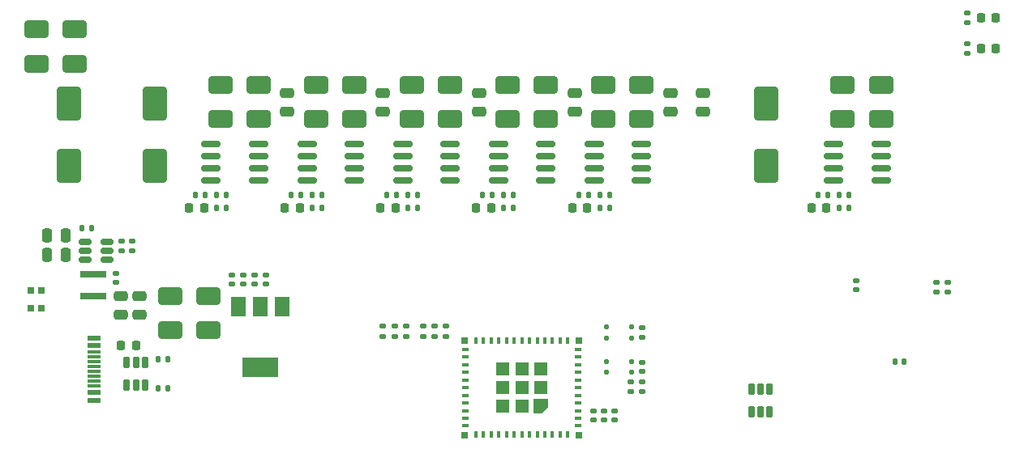
<source format=gtp>
%TF.GenerationSoftware,KiCad,Pcbnew,7.0.9*%
%TF.CreationDate,2023-12-10T19:03:56+01:00*%
%TF.ProjectId,ledctrl,6c656463-7472-46c2-9e6b-696361645f70,rev?*%
%TF.SameCoordinates,Original*%
%TF.FileFunction,Paste,Top*%
%TF.FilePolarity,Positive*%
%FSLAX46Y46*%
G04 Gerber Fmt 4.6, Leading zero omitted, Abs format (unit mm)*
G04 Created by KiCad (PCBNEW 7.0.9) date 2023-12-10 19:03:56*
%MOMM*%
%LPD*%
G01*
G04 APERTURE LIST*
G04 Aperture macros list*
%AMRoundRect*
0 Rectangle with rounded corners*
0 $1 Rounding radius*
0 $2 $3 $4 $5 $6 $7 $8 $9 X,Y pos of 4 corners*
0 Add a 4 corners polygon primitive as box body*
4,1,4,$2,$3,$4,$5,$6,$7,$8,$9,$2,$3,0*
0 Add four circle primitives for the rounded corners*
1,1,$1+$1,$2,$3*
1,1,$1+$1,$4,$5*
1,1,$1+$1,$6,$7*
1,1,$1+$1,$8,$9*
0 Add four rect primitives between the rounded corners*
20,1,$1+$1,$2,$3,$4,$5,0*
20,1,$1+$1,$4,$5,$6,$7,0*
20,1,$1+$1,$6,$7,$8,$9,0*
20,1,$1+$1,$8,$9,$2,$3,0*%
%AMFreePoly0*
4,1,6,0.725000,-0.725000,-0.725000,-0.725000,-0.725000,0.125000,-0.125000,0.725000,0.725000,0.725000,0.725000,-0.725000,0.725000,-0.725000,$1*%
G04 Aperture macros list end*
%ADD10R,1.450000X0.600000*%
%ADD11R,1.450000X0.300000*%
%ADD12RoundRect,0.135000X0.135000X0.185000X-0.135000X0.185000X-0.135000X-0.185000X0.135000X-0.185000X0*%
%ADD13RoundRect,0.140000X-0.170000X0.140000X-0.170000X-0.140000X0.170000X-0.140000X0.170000X0.140000X0*%
%ADD14RoundRect,0.218750X-0.218750X-0.256250X0.218750X-0.256250X0.218750X0.256250X-0.218750X0.256250X0*%
%ADD15RoundRect,0.250000X1.000000X0.650000X-1.000000X0.650000X-1.000000X-0.650000X1.000000X-0.650000X0*%
%ADD16RoundRect,0.150000X-0.825000X-0.150000X0.825000X-0.150000X0.825000X0.150000X-0.825000X0.150000X0*%
%ADD17RoundRect,0.137500X-0.137500X-0.147500X0.137500X-0.147500X0.137500X0.147500X-0.137500X0.147500X0*%
%ADD18RoundRect,0.135000X0.185000X-0.135000X0.185000X0.135000X-0.185000X0.135000X-0.185000X-0.135000X0*%
%ADD19RoundRect,0.140000X0.170000X-0.140000X0.170000X0.140000X-0.170000X0.140000X-0.170000X-0.140000X0*%
%ADD20R,1.500000X2.000000*%
%ADD21R,3.800000X2.000000*%
%ADD22RoundRect,0.250000X-0.475000X0.250000X-0.475000X-0.250000X0.475000X-0.250000X0.475000X0.250000X0*%
%ADD23RoundRect,0.250000X0.250000X0.475000X-0.250000X0.475000X-0.250000X-0.475000X0.250000X-0.475000X0*%
%ADD24RoundRect,0.135000X-0.185000X0.135000X-0.185000X-0.135000X0.185000X-0.135000X0.185000X0.135000X0*%
%ADD25RoundRect,0.250000X-1.000000X-0.650000X1.000000X-0.650000X1.000000X0.650000X-1.000000X0.650000X0*%
%ADD26RoundRect,0.218750X0.218750X0.256250X-0.218750X0.256250X-0.218750X-0.256250X0.218750X-0.256250X0*%
%ADD27RoundRect,0.250000X-1.000000X1.500000X-1.000000X-1.500000X1.000000X-1.500000X1.000000X1.500000X0*%
%ADD28RoundRect,0.150000X0.150000X-0.475000X0.150000X0.475000X-0.150000X0.475000X-0.150000X-0.475000X0*%
%ADD29RoundRect,0.135000X-0.135000X-0.185000X0.135000X-0.185000X0.135000X0.185000X-0.135000X0.185000X0*%
%ADD30R,2.700000X0.800000*%
%ADD31RoundRect,0.105000X-0.245000X0.245000X-0.245000X-0.245000X0.245000X-0.245000X0.245000X0.245000X0*%
%ADD32R,0.800000X0.400000*%
%ADD33R,0.400000X0.800000*%
%ADD34FreePoly0,180.000000*%
%ADD35R,1.450000X1.450000*%
%ADD36R,0.700000X0.700000*%
%ADD37RoundRect,0.140000X0.140000X0.170000X-0.140000X0.170000X-0.140000X-0.170000X0.140000X-0.170000X0*%
%ADD38RoundRect,0.150000X0.512500X0.150000X-0.512500X0.150000X-0.512500X-0.150000X0.512500X-0.150000X0*%
G04 APERTURE END LIST*
D10*
%TO.C,J4*%
X-2155000Y-33900000D03*
X-2155000Y-34700000D03*
D11*
X-2155000Y-35900000D03*
X-2155000Y-36900000D03*
X-2155000Y-37400000D03*
X-2155000Y-38400000D03*
D10*
X-2155000Y-39600000D03*
X-2155000Y-40400000D03*
X-2155000Y-40400000D03*
X-2155000Y-39600000D03*
D11*
X-2155000Y-38900000D03*
X-2155000Y-37900000D03*
X-2155000Y-36400000D03*
X-2155000Y-35400000D03*
D10*
X-2155000Y-34700000D03*
X-2155000Y-33900000D03*
%TD*%
D12*
%TO.C,R16*%
X11635000Y-18900000D03*
X10615000Y-18900000D03*
%TD*%
D13*
%TO.C,C3*%
X100000Y-27120000D03*
X100000Y-28080000D03*
%TD*%
D14*
%TO.C,D20*%
X7737499Y-20300001D03*
X9312499Y-20300001D03*
%TD*%
D12*
%TO.C,R22*%
X11635000Y-20300000D03*
X10615000Y-20300000D03*
%TD*%
%TO.C,R19*%
X41634999Y-18900000D03*
X40614999Y-18900000D03*
%TD*%
D15*
%TO.C,D5*%
X9800000Y-33100000D03*
X5800000Y-33100000D03*
%TD*%
D16*
%TO.C,Q4*%
X40050000Y-13595000D03*
X40050000Y-14865000D03*
X40050000Y-16135000D03*
X40050000Y-17405000D03*
X45000000Y-17405000D03*
X45000000Y-16135000D03*
X45000000Y-14865000D03*
X45000000Y-13595000D03*
%TD*%
D12*
%TO.C,R29*%
X39435001Y-18900000D03*
X38415001Y-18900000D03*
%TD*%
%TO.C,R30*%
X51635000Y-20300000D03*
X50615000Y-20300000D03*
%TD*%
%TO.C,R21*%
X76635000Y-18900000D03*
X75615000Y-18900000D03*
%TD*%
D17*
%TO.C,SW1*%
X51375000Y-32740000D03*
X53925000Y-32740000D03*
X51375000Y-33900000D03*
X53925000Y-33900000D03*
%TD*%
D18*
%TO.C,R15*%
X28000000Y-33710000D03*
X28000000Y-32690000D03*
%TD*%
%TO.C,R12*%
X32200000Y-33709999D03*
X32200000Y-32689999D03*
%TD*%
D19*
%TO.C,C6*%
X12200000Y-28280000D03*
X12200000Y-27320000D03*
%TD*%
D13*
%TO.C,C19*%
X52200000Y-41500001D03*
X52200000Y-42460001D03*
%TD*%
D20*
%TO.C,U3*%
X17500000Y-30650000D03*
X15200000Y-30650000D03*
D21*
X15200000Y-36950000D03*
D20*
X12900000Y-30650000D03*
%TD*%
D12*
%TO.C,R20*%
X51634999Y-18900000D03*
X50614999Y-18900000D03*
%TD*%
D15*
%TO.C,D14*%
X15000000Y-11000000D03*
X11000000Y-11000000D03*
%TD*%
D19*
%TO.C,C9*%
X15800000Y-28280000D03*
X15800000Y-27320000D03*
%TD*%
D15*
%TO.C,D15*%
X25000000Y-11000000D03*
X21000000Y-11000000D03*
%TD*%
D16*
%TO.C,Q1*%
X10050000Y-13595000D03*
X10050000Y-14865000D03*
X10050000Y-16135000D03*
X10050000Y-17405000D03*
X15000000Y-17405000D03*
X15000000Y-16135000D03*
X15000000Y-14865000D03*
X15000000Y-13595000D03*
%TD*%
D22*
%TO.C,C4*%
X600000Y-29550000D03*
X600000Y-31450000D03*
%TD*%
D14*
%TO.C,D25*%
X72737499Y-20300001D03*
X74312499Y-20300001D03*
%TD*%
D19*
%TO.C,C25*%
X55050000Y-37400000D03*
X55050000Y-36440000D03*
%TD*%
D15*
%TO.C,D16*%
X35000000Y-11000000D03*
X31000000Y-11000000D03*
%TD*%
D12*
%TO.C,R28*%
X41635000Y-20300000D03*
X40615000Y-20300000D03*
%TD*%
D23*
%TO.C,C1*%
X-5150000Y-25200000D03*
X-7050000Y-25200000D03*
%TD*%
D12*
%TO.C,R31*%
X49435001Y-18900000D03*
X48415001Y-18900000D03*
%TD*%
D24*
%TO.C,R5*%
X89000000Y110000D03*
X89000000Y-910000D03*
%TD*%
D22*
%TO.C,C16*%
X58000000Y-8300000D03*
X58000000Y-10200000D03*
%TD*%
D12*
%TO.C,R17*%
X21634999Y-18900000D03*
X20614999Y-18900000D03*
%TD*%
D14*
%TO.C,D23*%
X37737499Y-20300001D03*
X39312499Y-20300001D03*
%TD*%
%TO.C,D22*%
X27737499Y-20300001D03*
X29312499Y-20300001D03*
%TD*%
D18*
%TO.C,R10*%
X34600000Y-33709999D03*
X34600000Y-32689999D03*
%TD*%
D15*
%TO.C,D19*%
X80000000Y-11000000D03*
X76000000Y-11000000D03*
%TD*%
D25*
%TO.C,D9*%
X21000000Y-7400000D03*
X25000000Y-7400000D03*
%TD*%
D24*
%TO.C,R3*%
X700000Y-23780000D03*
X700000Y-24800000D03*
%TD*%
D16*
%TO.C,Q6*%
X75050000Y-13595000D03*
X75050000Y-14865000D03*
X75050000Y-16135000D03*
X75050000Y-17405000D03*
X80000000Y-17405000D03*
X80000000Y-16135000D03*
X80000000Y-14865000D03*
X80000000Y-13595000D03*
%TD*%
D12*
%TO.C,R26*%
X31635000Y-20300000D03*
X30615000Y-20300000D03*
%TD*%
%TO.C,R33*%
X74435001Y-18900000D03*
X73415001Y-18900000D03*
%TD*%
D26*
%TO.C,D3*%
X91987500Y-3600000D03*
X90412500Y-3600000D03*
%TD*%
D25*
%TO.C,D12*%
X51000000Y-7400000D03*
X55000000Y-7400000D03*
%TD*%
D22*
%TO.C,C12*%
X18000000Y-8300000D03*
X18000000Y-10200000D03*
%TD*%
D16*
%TO.C,Q2*%
X20050000Y-13595000D03*
X20050000Y-14865000D03*
X20050000Y-16135000D03*
X20050000Y-17405000D03*
X25000000Y-17405000D03*
X25000000Y-16135000D03*
X25000000Y-14865000D03*
X25000000Y-13595000D03*
%TD*%
D18*
%TO.C,R2*%
X1800000Y-24800000D03*
X1800000Y-23780000D03*
%TD*%
D19*
%TO.C,C22*%
X77400000Y-28840000D03*
X77400000Y-27880000D03*
%TD*%
D22*
%TO.C,C13*%
X28000000Y-8300000D03*
X28000000Y-10200000D03*
%TD*%
D25*
%TO.C,D2*%
X-8200000Y-1600000D03*
X-4200000Y-1600000D03*
%TD*%
D27*
%TO.C,C11*%
X4200000Y-9350000D03*
X4200000Y-15850000D03*
%TD*%
%TO.C,C10*%
X-4800000Y-9349999D03*
X-4800000Y-15849999D03*
%TD*%
D25*
%TO.C,D10*%
X31000000Y-7400000D03*
X35000000Y-7400000D03*
%TD*%
D22*
%TO.C,C14*%
X38000000Y-8300000D03*
X38000000Y-10200000D03*
%TD*%
D12*
%TO.C,R23*%
X9435000Y-18900000D03*
X8415000Y-18900000D03*
%TD*%
D18*
%TO.C,R35*%
X85800000Y-29110000D03*
X85800000Y-28090000D03*
%TD*%
D12*
%TO.C,R27*%
X29435001Y-18900000D03*
X28415001Y-18900000D03*
%TD*%
D28*
%TO.C,U5*%
X66450000Y-41615000D03*
X67400000Y-41615000D03*
X68350000Y-41615000D03*
X68350000Y-39265000D03*
X67400000Y-39265000D03*
X66450000Y-39265000D03*
%TD*%
D12*
%TO.C,R25*%
X19435001Y-18900000D03*
X18415001Y-18900000D03*
%TD*%
D19*
%TO.C,C8*%
X14600000Y-28280000D03*
X14600000Y-27320000D03*
%TD*%
D26*
%TO.C,D4*%
X91987500Y-400000D03*
X90412500Y-400000D03*
%TD*%
D25*
%TO.C,D11*%
X41000000Y-7400000D03*
X45000000Y-7400000D03*
%TD*%
D29*
%TO.C,R1*%
X-3410000Y-22400000D03*
X-2390000Y-22400000D03*
%TD*%
D25*
%TO.C,D13*%
X76000000Y-7400000D03*
X80000000Y-7400000D03*
%TD*%
D12*
%TO.C,R24*%
X21635000Y-20300001D03*
X20615000Y-20300001D03*
%TD*%
D15*
%TO.C,D18*%
X55000000Y-11000000D03*
X51000000Y-11000000D03*
%TD*%
D19*
%TO.C,C24*%
X55050000Y-33800000D03*
X55050000Y-32840000D03*
%TD*%
D18*
%TO.C,R34*%
X87000000Y-29110000D03*
X87000000Y-28090000D03*
%TD*%
D28*
%TO.C,U2*%
X1250000Y-38825000D03*
X2200000Y-38825000D03*
X3150000Y-38825000D03*
X3150000Y-36475000D03*
X2200000Y-36475000D03*
X1250000Y-36475000D03*
%TD*%
D29*
%TO.C,R6*%
X4490000Y-36150000D03*
X5510000Y-36150000D03*
%TD*%
D18*
%TO.C,R13*%
X30400000Y-33709999D03*
X30400000Y-32689999D03*
%TD*%
D19*
%TO.C,C7*%
X13400000Y-28280000D03*
X13400000Y-27320000D03*
%TD*%
D25*
%TO.C,D1*%
X-8200000Y-5200000D03*
X-4200000Y-5200000D03*
%TD*%
D29*
%TO.C,R7*%
X4490000Y-39150000D03*
X5510000Y-39150000D03*
%TD*%
D12*
%TO.C,R32*%
X76635000Y-20300000D03*
X75615000Y-20300000D03*
%TD*%
D18*
%TO.C,R11*%
X33400000Y-33709999D03*
X33400000Y-32689999D03*
%TD*%
%TO.C,R4*%
X89000000Y-4110000D03*
X89000000Y-3090000D03*
%TD*%
D30*
%TO.C,L1*%
X-2300000Y-29550000D03*
X-2300000Y-27250000D03*
%TD*%
D18*
%TO.C,R8*%
X55050000Y-39510000D03*
X55050000Y-38490000D03*
%TD*%
D24*
%TO.C,R9*%
X53850000Y-38490000D03*
X53850000Y-39510000D03*
%TD*%
D13*
%TO.C,C20*%
X51100000Y-41500001D03*
X51100000Y-42460001D03*
%TD*%
D22*
%TO.C,C5*%
X2600001Y-29550000D03*
X2600001Y-31450000D03*
%TD*%
D14*
%TO.C,D24*%
X47737499Y-20300001D03*
X49312499Y-20300001D03*
%TD*%
D15*
%TO.C,D17*%
X45000000Y-11000000D03*
X41000000Y-11000000D03*
%TD*%
D31*
%TO.C,D7*%
X-7650000Y-28920000D03*
X-8750000Y-28920000D03*
X-8750000Y-30750000D03*
X-7650000Y-30750000D03*
%TD*%
D14*
%TO.C,F1*%
X625000Y-34700000D03*
X2200000Y-34700000D03*
%TD*%
D12*
%TO.C,R18*%
X31634999Y-18900000D03*
X30614999Y-18900000D03*
%TD*%
D32*
%TO.C,U4*%
X48400000Y-43100001D03*
X48400000Y-42300001D03*
X48400000Y-41500001D03*
X48400000Y-40700001D03*
X48400000Y-39900001D03*
X48400000Y-39100001D03*
X48400000Y-38300001D03*
X48400000Y-37500001D03*
X48400000Y-36700001D03*
X48400000Y-35900001D03*
X48400000Y-35100001D03*
D33*
X47300000Y-34200001D03*
X46500000Y-34200001D03*
X45700000Y-34200001D03*
X44900000Y-34200001D03*
X44100000Y-34200001D03*
X43300000Y-34200001D03*
X42500000Y-34200001D03*
X41700000Y-34200001D03*
X40900000Y-34200001D03*
X40100000Y-34200001D03*
X39300000Y-34200001D03*
X38500000Y-34200001D03*
X37700000Y-34200001D03*
D32*
X36600000Y-35100001D03*
X36600000Y-35900001D03*
X36600000Y-36700001D03*
X36600000Y-37500001D03*
X36600000Y-38300001D03*
X36600000Y-39100001D03*
X36600000Y-39900001D03*
X36600000Y-40700001D03*
X36600000Y-41500001D03*
X36600000Y-42300001D03*
X36600000Y-43100001D03*
D33*
X37700000Y-44000001D03*
X38500000Y-44000001D03*
X39300000Y-44000001D03*
X40100000Y-44000001D03*
X40900000Y-44000001D03*
X41700000Y-44000001D03*
X42500000Y-44000001D03*
X43300000Y-44000001D03*
X44100000Y-44000001D03*
X44900000Y-44000001D03*
X45700000Y-44000001D03*
X46500000Y-44000001D03*
X47300000Y-44000001D03*
D34*
X44475000Y-41075001D03*
D35*
X44475000Y-39100001D03*
X44475000Y-37125001D03*
X42500000Y-41075001D03*
X42500000Y-39100001D03*
X42500000Y-37125001D03*
X40525000Y-41075001D03*
X40525000Y-39100001D03*
X40525000Y-37125001D03*
D36*
X36550000Y-44050001D03*
X36550000Y-34150001D03*
X48450000Y-34150001D03*
X48450000Y-44050001D03*
%TD*%
D22*
%TO.C,C15*%
X48000000Y-8300000D03*
X48000000Y-10200000D03*
%TD*%
D37*
%TO.C,C23*%
X82420000Y-36390000D03*
X81460000Y-36390000D03*
%TD*%
D15*
%TO.C,D6*%
X9800000Y-29500000D03*
X5800000Y-29500000D03*
%TD*%
D18*
%TO.C,R14*%
X29200001Y-33709999D03*
X29200001Y-32689999D03*
%TD*%
D27*
%TO.C,C17*%
X68000000Y-9350000D03*
X68000000Y-15850000D03*
%TD*%
D14*
%TO.C,D21*%
X17737499Y-20300001D03*
X19312499Y-20300001D03*
%TD*%
D25*
%TO.C,D8*%
X11000000Y-7400000D03*
X15000000Y-7400000D03*
%TD*%
D22*
%TO.C,C18*%
X61400000Y-8300000D03*
X61400000Y-10200000D03*
%TD*%
D17*
%TO.C,SW2*%
X51375000Y-36340000D03*
X53925000Y-36340000D03*
X51375000Y-37500000D03*
X53925000Y-37500000D03*
%TD*%
D13*
%TO.C,C21*%
X50000000Y-41500001D03*
X50000000Y-42460001D03*
%TD*%
D23*
%TO.C,C2*%
X-5150000Y-23200000D03*
X-7050000Y-23200000D03*
%TD*%
D16*
%TO.C,Q3*%
X30050000Y-13595000D03*
X30050000Y-14865000D03*
X30050000Y-16135000D03*
X30050000Y-17405000D03*
X35000000Y-17405000D03*
X35000000Y-16135000D03*
X35000000Y-14865000D03*
X35000000Y-13595000D03*
%TD*%
%TO.C,Q5*%
X50050000Y-13595000D03*
X50050000Y-14865000D03*
X50050000Y-16135000D03*
X50050000Y-17405000D03*
X55000000Y-17405000D03*
X55000000Y-16135000D03*
X55000000Y-14865000D03*
X55000000Y-13595000D03*
%TD*%
D38*
%TO.C,U1*%
X-862500Y-25750000D03*
X-862500Y-24800000D03*
X-862500Y-23850000D03*
X-3137500Y-23850000D03*
X-3137500Y-24800000D03*
X-3137500Y-25750000D03*
%TD*%
M02*

</source>
